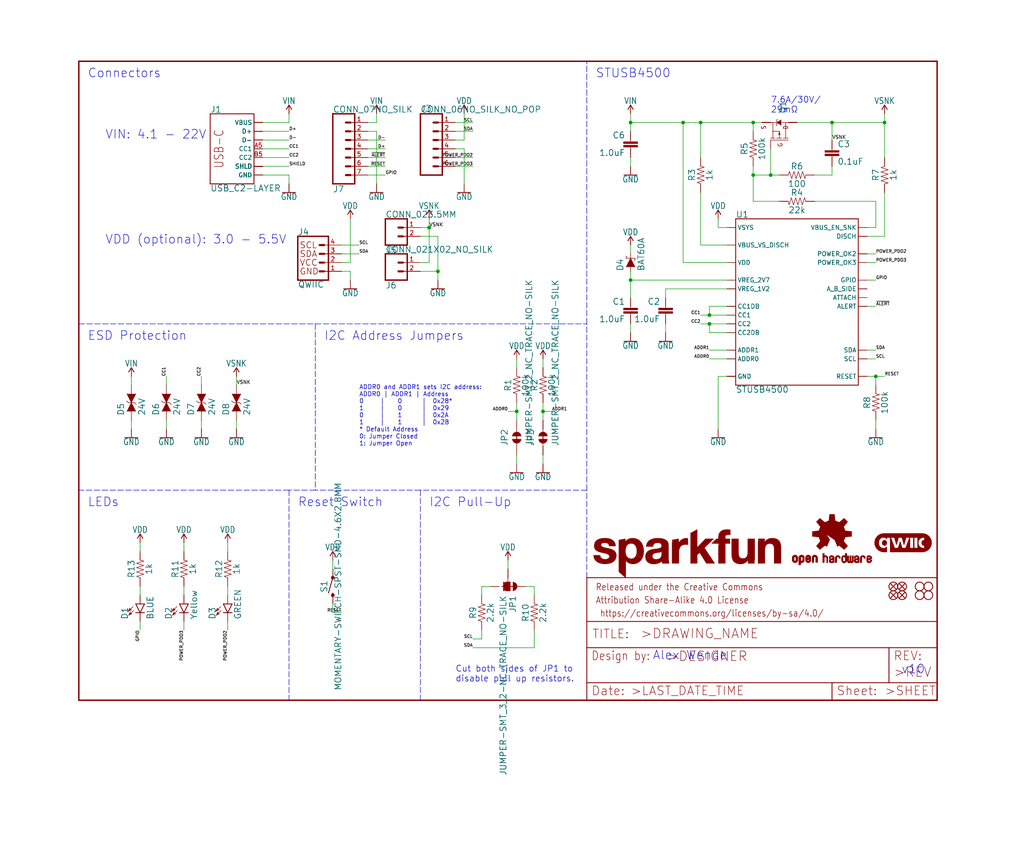
<source format=kicad_sch>
(kicad_sch (version 20211123) (generator eeschema)
  (paper "User" 297.002 245.542)
  (lib_symbols
    (symbol "eagleSchem-eagle-import:0.1UF-0603-100V-10%"
      (property "Reference" "C" (at 1.524 2.921 0))
      (property "Value" "0.1UF-0603-100V-10%" (at 1.524 -2.159 0))
      (symbol "0.1UF-0603-100V-10%_1_0"
        (pin passive line (at 0 5.08 270) (length 2.54) (name "1") (number "1"))
        (pin passive line (at 0 -2.54 90) (length 2.54) (name "2") (number "2"))
      )
    )
    (symbol "eagleSchem-eagle-import:1.0UF-0603-16V-10%"
      (property "Reference" "C" (at 1.524 2.921 0))
      (property "Value" "1.0UF-0603-16V-10%" (at 1.524 -2.159 0))
      (symbol "1.0UF-0603-16V-10%_1_0"
        (pin passive line (at 0 5.08 270) (length 2.54) (name "1") (number "1"))
        (pin passive line (at 0 -2.54 90) (length 2.54) (name "2") (number "2"))
      )
    )
    (symbol "eagleSchem-eagle-import:100KOHM-0603-1{slash}10W-1%"
      (property "Reference" "R" (at 0 1.524 0))
      (property "Value" "100KOHM-0603-1{slash}10W-1%" (at 0 -1.524 0))
      (symbol "100KOHM-0603-1{slash}10W-1%_1_0"
        (pin passive line (at -5.08 0 0) (length 2.54) (name "1") (number "1"))
        (pin passive line (at 5.08 0 180) (length 2.54) (name "2") (number "2"))
      )
    )
    (symbol "eagleSchem-eagle-import:100OHM-0603-1{slash}10W-1%"
      (property "Reference" "R" (at 0 1.524 0))
      (property "Value" "100OHM-0603-1{slash}10W-1%" (at 0 -1.524 0))
      (symbol "100OHM-0603-1{slash}10W-1%_1_0"
        (pin passive line (at -5.08 0 0) (length 2.54) (name "1") (number "1"))
        (pin passive line (at 5.08 0 180) (length 2.54) (name "2") (number "2"))
      )
    )
    (symbol "eagleSchem-eagle-import:1KOHM-0603-1{slash}10W-1%"
      (property "Reference" "R" (at 0 1.524 0))
      (property "Value" "1KOHM-0603-1{slash}10W-1%" (at 0 -1.524 0))
      (symbol "1KOHM-0603-1{slash}10W-1%_1_0"
        (pin passive line (at -5.08 0 0) (length 2.54) (name "1") (number "1"))
        (pin passive line (at 5.08 0 180) (length 2.54) (name "2") (number "2"))
      )
    )
    (symbol "eagleSchem-eagle-import:2.2KOHM-0603-1{slash}10W-1%"
      (property "Reference" "R" (at 0 1.524 0))
      (property "Value" "2.2KOHM-0603-1{slash}10W-1%" (at 0 -1.524 0))
      (symbol "2.2KOHM-0603-1{slash}10W-1%_1_0"
        (pin passive line (at -5.08 0 0) (length 2.54) (name "1") (number "1"))
        (pin passive line (at 5.08 0 180) (length 2.54) (name "2") (number "2"))
      )
    )
    (symbol "eagleSchem-eagle-import:22KOHM-0603-1{slash}10W-1%"
      (property "Reference" "R" (at 0 1.524 0))
      (property "Value" "22KOHM-0603-1{slash}10W-1%" (at 0 -1.524 0))
      (symbol "22KOHM-0603-1{slash}10W-1%_1_0"
        (pin passive line (at -5.08 0 0) (length 2.54) (name "1") (number "1"))
        (pin passive line (at 5.08 0 180) (length 2.54) (name "2") (number "2"))
      )
    )
    (symbol "eagleSchem-eagle-import:CONN_021X02_NO_SILK"
      (property "Reference" "J" (at -2.54 5.588 0))
      (property "Value" "CONN_021X02_NO_SILK" (at -2.54 -4.826 0))
      (symbol "CONN_021X02_NO_SILK_1_0"
        (pin passive line (at 7.62 0 180) (length 5.08) (name "1") (number "1"))
        (pin passive line (at 7.62 2.54 180) (length 5.08) (name "2") (number "2"))
      )
    )
    (symbol "eagleSchem-eagle-import:CONN_023.5MM"
      (property "Reference" "J" (at -2.54 5.588 0))
      (property "Value" "CONN_023.5MM" (at -2.54 -4.826 0))
      (symbol "CONN_023.5MM_1_0"
        (pin passive line (at 7.62 0 180) (length 5.08) (name "1") (number "1"))
        (pin passive line (at 7.62 2.54 180) (length 5.08) (name "2") (number "2"))
      )
    )
    (symbol "eagleSchem-eagle-import:CONN_06NO_SILK_NO_POP"
      (property "Reference" "J" (at -5.08 10.668 0))
      (property "Value" "CONN_06NO_SILK_NO_POP" (at -5.08 -9.906 0))
      (symbol "CONN_06NO_SILK_NO_POP_1_0"
        (pin passive line (at 5.08 -5.08 180) (length 5.08) (name "1") (number "1"))
        (pin passive line (at 5.08 -2.54 180) (length 5.08) (name "2") (number "2"))
        (pin passive line (at 5.08 0 180) (length 5.08) (name "3") (number "3"))
        (pin passive line (at 5.08 2.54 180) (length 5.08) (name "4") (number "4"))
        (pin passive line (at 5.08 5.08 180) (length 5.08) (name "5") (number "5"))
        (pin passive line (at 5.08 7.62 180) (length 5.08) (name "6") (number "6"))
      )
    )
    (symbol "eagleSchem-eagle-import:CONN_07NO_SILK"
      (property "Reference" "J" (at -5.08 13.208 0))
      (property "Value" "CONN_07NO_SILK" (at -5.08 -9.906 0))
      (symbol "CONN_07NO_SILK_1_0"
        (pin passive line (at 5.08 -5.08 180) (length 5.08) (name "1") (number "1"))
        (pin passive line (at 5.08 -2.54 180) (length 5.08) (name "2") (number "2"))
        (pin passive line (at 5.08 0 180) (length 5.08) (name "3") (number "3"))
        (pin passive line (at 5.08 2.54 180) (length 5.08) (name "4") (number "4"))
        (pin passive line (at 5.08 5.08 180) (length 5.08) (name "5") (number "5"))
        (pin passive line (at 5.08 7.62 180) (length 5.08) (name "6") (number "6"))
        (pin passive line (at 5.08 10.16 180) (length 5.08) (name "7") (number "7"))
      )
    )
    (symbol "eagleSchem-eagle-import:DIODE-SCHOTTKY-BAT60A"
      (property "Reference" "D" (at -2.54 2.032 0))
      (property "Value" "DIODE-SCHOTTKY-BAT60A" (at -2.54 -2.032 0))
      (symbol "DIODE-SCHOTTKY-BAT60A_1_0"
        (pin passive line (at -2.54 0 0) (length 0) (name "A") (number "A"))
        (pin passive line (at 2.54 0 180) (length 0) (name "C") (number "C"))
      )
    )
    (symbol "eagleSchem-eagle-import:DIODE_TVS"
      (property "Reference" "D" (at -3.81 2.032 0))
      (property "Value" "DIODE_TVS" (at -3.81 -2.032 0))
      (symbol "DIODE_TVS_1_0"
        (pin passive line (at -5.08 0 0) (length 0) (name "A") (number "1"))
        (pin passive line (at 5.08 0 180) (length 0) (name "C") (number "2"))
      )
    )
    (symbol "eagleSchem-eagle-import:FIDUCIALUFIDUCIAL")
    (symbol "eagleSchem-eagle-import:FRAME-LETTER"
      (symbol "FRAME-LETTER_2_0"
        (text " https://creativecommons.org/licenses/by-sa/4.0/" (at 2.54 24.13 0) (effects (font (size 1.9304 1.6408)) (justify left bottom)))
        (text ">DESIGNER" (at 23.114 11.176 0) (effects (font (size 2.7432 2.7432)) (justify left bottom)))
        (text ">DRAWING_NAME" (at 15.494 17.78 0) (effects (font (size 2.7432 2.7432)) (justify left bottom)))
        (text ">LAST_DATE_TIME" (at 12.7 1.27 0) (effects (font (size 2.54 2.54)) (justify left bottom)))
        (text ">REV" (at 88.9 6.604 0) (effects (font (size 2.7432 2.7432)) (justify left bottom)))
        (text ">SHEET" (at 86.36 1.27 0) (effects (font (size 2.54 2.54)) (justify left bottom)))
        (text "Attribution Share-Alike 4.0 License" (at 2.54 27.94 0) (effects (font (size 1.9304 1.6408)) (justify left bottom)))
        (text "Date:" (at 1.27 1.27 0) (effects (font (size 2.54 2.54)) (justify left bottom)))
        (text "Design by:" (at 1.27 11.43 0) (effects (font (size 2.54 2.159)) (justify left bottom)))
        (text "Released under the Creative Commons" (at 2.54 31.75 0) (effects (font (size 1.9304 1.6408)) (justify left bottom)))
        (text "REV:" (at 88.9 11.43 0) (effects (font (size 2.54 2.54)) (justify left bottom)))
        (text "Sheet:" (at 72.39 1.27 0) (effects (font (size 2.54 2.54)) (justify left bottom)))
        (text "TITLE:" (at 1.524 17.78 0) (effects (font (size 2.54 2.54)) (justify left bottom)))
      )
    )
    (symbol "eagleSchem-eagle-import:GND" (power)
      (property "Value" "GND" (at 0 -0.254 0))
      (symbol "GND_1_0"
        (pin power_in line (at 0 2.54 270) (length 2.54) (name "GND") (number "1"))
      )
    )
    (symbol "eagleSchem-eagle-import:JUMPER-SMT_2_NC_TRACE_NO-SILK"
      (property "Reference" "JP" (at -2.54 2.54 0))
      (property "Value" "JUMPER-SMT_2_NC_TRACE_NO-SILK" (at -2.54 -2.54 0))
      (symbol "JUMPER-SMT_2_NC_TRACE_NO-SILK_1_0"
        (pin passive line (at -5.08 0 0) (length 2.54) (name "1") (number "1"))
        (pin passive line (at 5.08 0 180) (length 2.54) (name "2") (number "2"))
      )
    )
    (symbol "eagleSchem-eagle-import:JUMPER-SMT_3_2-NC_TRACE_NO-SILK"
      (property "Reference" "JP" (at 2.54 0.381 0))
      (property "Value" "JUMPER-SMT_3_2-NC_TRACE_NO-SILK" (at 2.54 -0.381 0))
      (symbol "JUMPER-SMT_3_2-NC_TRACE_NO-SILK_1_0"
        (pin passive line (at 0 5.08 270) (length 2.54) (name "1") (number "1"))
        (pin passive line (at -5.08 0 0) (length 2.54) (name "2") (number "2"))
        (pin passive line (at 0 -5.08 90) (length 2.54) (name "3") (number "3"))
      )
    )
    (symbol "eagleSchem-eagle-import:LED-BLUE0603"
      (property "Reference" "D" (at -3.429 -4.572 90))
      (property "Value" "LED-BLUE0603" (at 1.905 -4.572 90))
      (symbol "LED-BLUE0603_1_0"
        (pin passive line (at 0 2.54 270) (length 2.54) (name "A") (number "A"))
        (pin passive line (at 0 -5.08 90) (length 2.54) (name "C") (number "C"))
      )
    )
    (symbol "eagleSchem-eagle-import:LED-GREEN0603"
      (property "Reference" "D" (at -3.429 -4.572 90))
      (property "Value" "LED-GREEN0603" (at 1.905 -4.572 90))
      (symbol "LED-GREEN0603_1_0"
        (pin passive line (at 0 2.54 270) (length 2.54) (name "A") (number "A"))
        (pin passive line (at 0 -5.08 90) (length 2.54) (name "C") (number "C"))
      )
    )
    (symbol "eagleSchem-eagle-import:LED-YELLOW0603"
      (property "Reference" "D" (at -3.429 -4.572 90))
      (property "Value" "LED-YELLOW0603" (at 1.905 -4.572 90))
      (symbol "LED-YELLOW0603_1_0"
        (pin passive line (at 0 2.54 270) (length 2.54) (name "A") (number "A"))
        (pin passive line (at 0 -5.08 90) (length 2.54) (name "C") (number "C"))
      )
    )
    (symbol "eagleSchem-eagle-import:MOMENTARY-SWITCH-SPST-SMD-4.6X2.8MM"
      (property "Reference" "S" (at 0 1.524 0))
      (property "Value" "MOMENTARY-SWITCH-SPST-SMD-4.6X2.8MM" (at 0 -0.508 0))
      (symbol "MOMENTARY-SWITCH-SPST-SMD-4.6X2.8MM_1_0"
        (pin passive line (at -5.08 0 0) (length 2.54) (name "1") (number "1"))
        (pin passive line (at -5.08 0 0) (length 2.54) (name "1") (number "2"))
        (pin passive line (at 5.08 0 180) (length 2.54) (name "2") (number "3"))
        (pin passive line (at 5.08 0 180) (length 2.54) (name "2") (number "4"))
      )
    )
    (symbol "eagleSchem-eagle-import:MOSFET_PCH-STL9P3LLH6"
      (property "Reference" "Q" (at 5.08 0 0))
      (property "Value" "MOSFET_PCH-STL9P3LLH6" (at 5.08 -2.54 0))
      (symbol "MOSFET_PCH-STL9P3LLH6_1_0"
        (text "D" (at 0.508 2.54 0) (effects (font (size 1.27 1.0795)) (justify left bottom)))
        (text "G" (at -3.302 -0.508 0) (effects (font (size 1.27 1.0795)) (justify right top)))
        (text "S" (at 0.508 -3.81 0) (effects (font (size 1.27 1.0795)) (justify left bottom)))
        (pin bidirectional line (at 2.54 -5.08 90) (length 2.54) (name "S") (number "1"))
        (pin bidirectional line (at 2.54 -5.08 90) (length 2.54) (name "S") (number "2"))
        (pin bidirectional line (at 2.54 -5.08 90) (length 2.54) (name "S") (number "3"))
        (pin bidirectional line (at -5.08 -2.54 0) (length 2.54) (name "G") (number "4"))
        (pin bidirectional line (at 2.54 5.08 270) (length 2.54) (name "D") (number "5@1"))
        (pin bidirectional line (at 2.54 5.08 270) (length 2.54) (name "D") (number "5@2"))
        (pin bidirectional line (at 2.54 5.08 270) (length 2.54) (name "D") (number "5@3"))
      )
    )
    (symbol "eagleSchem-eagle-import:OSHW-LOGOS")
    (symbol "eagleSchem-eagle-import:QWIIC_CONNECTORJS-1MM"
      (property "Reference" "J" (at -5.08 7.874 0))
      (property "Value" "QWIIC_CONNECTORJS-1MM" (at -5.08 -5.334 0))
      (symbol "QWIIC_CONNECTORJS-1MM_1_0"
        (text "GND" (at -4.572 -2.54 0) (effects (font (size 1.778 1.778)) (justify left)))
        (text "SCL" (at -4.572 5.08 0) (effects (font (size 1.778 1.778)) (justify left)))
        (text "SDA" (at -4.572 2.54 0) (effects (font (size 1.778 1.778)) (justify left)))
        (text "VCC" (at -4.572 0 0) (effects (font (size 1.778 1.778)) (justify left)))
        (pin power_in line (at 7.62 -2.54 180) (length 5.08) (name "1") (number "1"))
        (pin power_in line (at 7.62 0 180) (length 5.08) (name "2") (number "2"))
        (pin passive line (at 7.62 2.54 180) (length 5.08) (name "3") (number "3"))
        (pin passive line (at 7.62 5.08 180) (length 5.08) (name "4") (number "4"))
      )
    )
    (symbol "eagleSchem-eagle-import:QWIIC_LOGO_5MM")
    (symbol "eagleSchem-eagle-import:SFE_LOGO_NAME.1_INCH")
    (symbol "eagleSchem-eagle-import:STAND-OFF")
    (symbol "eagleSchem-eagle-import:STUSB4500"
      (property "Reference" "U" (at -17.78 23.114 0))
      (property "Value" "STUSB4500" (at -17.78 -25.654 0))
      (symbol "STUSB4500_1_0"
        (pin bidirectional line (at -20.32 -2.54 0) (length 2.54) (name "CC1DB") (number "P$1"))
        (pin bidirectional line (at -20.32 -22.86 0) (length 2.54) (name "GND") (number "P$10"))
        (pin bidirectional line (at 20.32 0 180) (length 2.54) (name "ATTACH") (number "P$11"))
        (pin bidirectional line (at -20.32 -17.78 0) (length 2.54) (name "ADDR0") (number "P$12"))
        (pin bidirectional line (at -20.32 -15.24 0) (length 2.54) (name "ADDR1") (number "P$13"))
        (pin bidirectional line (at 20.32 10.16 180) (length 2.54) (name "POWER_OK3") (number "P$14"))
        (pin bidirectional line (at 20.32 5.08 180) (length 2.54) (name "GPIO") (number "P$15"))
        (pin bidirectional line (at 20.32 20.32 180) (length 2.54) (name "VBUS_EN_SNK") (number "P$16"))
        (pin bidirectional line (at 20.32 2.54 180) (length 2.54) (name "A_B_SIDE") (number "P$17"))
        (pin bidirectional line (at -20.32 15.24 0) (length 2.54) (name "VBUS_VS_DISCH") (number "P$18"))
        (pin bidirectional line (at 20.32 -2.54 180) (length 2.54) (name "ALERT") (number "P$19"))
        (pin bidirectional line (at -20.32 -5.08 0) (length 2.54) (name "CC1") (number "P$2"))
        (pin bidirectional line (at 20.32 12.7 180) (length 2.54) (name "POWER_OK2") (number "P$20"))
        (pin bidirectional line (at -20.32 2.54 0) (length 2.54) (name "VREG_1V2") (number "P$21"))
        (pin bidirectional line (at -20.32 20.32 0) (length 2.54) (name "VSYS") (number "P$22"))
        (pin bidirectional line (at -20.32 5.08 0) (length 2.54) (name "VREG_2V7") (number "P$23"))
        (pin bidirectional line (at -20.32 10.16 0) (length 2.54) (name "VDD") (number "P$24"))
        (pin bidirectional line (at -20.32 -22.86 0) (length 2.54) (name "GND") (number "P$25"))
        (pin bidirectional line (at -20.32 -7.62 0) (length 2.54) (name "CC2") (number "P$4"))
        (pin bidirectional line (at -20.32 -10.16 0) (length 2.54) (name "CC2DB") (number "P$5"))
        (pin bidirectional line (at 20.32 -22.86 180) (length 2.54) (name "RESET") (number "P$6"))
        (pin bidirectional line (at 20.32 -17.78 180) (length 2.54) (name "SCL") (number "P$7"))
        (pin bidirectional line (at 20.32 -15.24 180) (length 2.54) (name "SDA") (number "P$8"))
        (pin bidirectional line (at 20.32 17.78 180) (length 2.54) (name "DISCH") (number "P$9"))
      )
    )
    (symbol "eagleSchem-eagle-import:USB_C2-LAYER"
      (property "Reference" "J" (at -2.54 10.414 0))
      (property "Value" "USB_C2-LAYER" (at -2.54 -12.446 0))
      (symbol "USB_C2-LAYER_1_0"
        (text "USB-C" (at 0 0 900) (effects (font (size 2.54 2.159))))
        (pin bidirectional line (at 12.7 0 180) (length 2.54) (name "CC1") (number "A5"))
        (pin bidirectional line (at 12.7 5.08 180) (length 2.54) (name "D+") (number "A6"))
        (pin bidirectional line (at 12.7 2.54 180) (length 2.54) (name "D-") (number "A7"))
        (pin bidirectional line (at 12.7 -2.54 180) (length 2.54) (name "CC2") (number "B5"))
        (pin bidirectional line (at 12.7 5.08 180) (length 2.54) (name "D+") (number "B6"))
        (pin bidirectional line (at 12.7 2.54 180) (length 2.54) (name "D-") (number "B7"))
        (pin bidirectional line (at 12.7 -7.62 180) (length 2.54) (name "GND") (number "GND"))
        (pin bidirectional line (at 12.7 -7.62 180) (length 2.54) (name "GND") (number "GND2"))
        (pin bidirectional line (at 12.7 -5.08 180) (length 2.54) (name "SHLD") (number "SHLD1"))
        (pin bidirectional line (at 12.7 -5.08 180) (length 2.54) (name "SHLD") (number "SHLD2"))
        (pin bidirectional line (at 12.7 -5.08 180) (length 2.54) (name "SHLD") (number "SHLD3"))
        (pin bidirectional line (at 12.7 -5.08 180) (length 2.54) (name "SHLD") (number "SHLD4"))
        (pin bidirectional line (at 12.7 -5.08 180) (length 2.54) (name "SHLD") (number "SHLD5"))
        (pin bidirectional line (at 12.7 -5.08 180) (length 2.54) (name "SHLD") (number "SHLD6"))
        (pin bidirectional line (at 12.7 -5.08 180) (length 2.54) (name "SHLD") (number "SHLD7"))
        (pin bidirectional line (at 12.7 -5.08 180) (length 2.54) (name "SHLD") (number "SHLD8"))
        (pin bidirectional line (at 12.7 7.62 180) (length 2.54) (name "VBUS") (number "VBUS1"))
        (pin bidirectional line (at 12.7 7.62 180) (length 2.54) (name "VBUS") (number "VBUS2"))
      )
    )
    (symbol "eagleSchem-eagle-import:VDD" (power)
      (property "Value" "VDD" (at 0 2.794 0))
      (symbol "VDD_1_0"
        (pin power_in line (at 0 0 90) (length 2.54) (name "VDD") (number "1"))
      )
    )
    (symbol "eagleSchem-eagle-import:VIN" (power)
      (property "Value" "VIN" (at 0 2.794 0))
      (symbol "VIN_1_0"
        (pin power_in line (at 0 0 90) (length 2.54) (name "VIN") (number "1"))
      )
    )
    (symbol "eagleSchem-eagle-import:VOUT" (power)
      (property "Value" "VOUT" (at 0 2.794 0))
      (symbol "VOUT_1_0"
        (pin power_in line (at 0 0 90) (length 2.54) (name "VOUT") (number "1"))
      )
    )
  )
  (junction (at 205.74 91.44))
  (junction (at 157.48 119.38))
  (junction (at 203.2 35.56))
  (junction (at 198.12 35.56))
  (junction (at 218.44 50.8))
  (junction (at 182.88 81.28))
  (junction (at 223.52 50.8))
  (junction (at 205.74 93.98))
  (junction (at 241.3 35.56))
  (junction (at 256.54 35.56))
  (junction (at 254 109.22))
  (junction (at 127 78.74))
  (junction (at 124.46 66.04))
  (junction (at 149.86 119.38))
  (junction (at 182.88 35.56))
  (junction (at 218.44 35.56))
  (polyline (pts (xy 170.18 142.24) (xy 121.92 142.24)))
  (wire (pts (xy 58.42 111.76) (xy 58.42 109.22)))
  (wire (pts (xy 254 109.22) (xy 254 111.76)))
  (wire (pts (xy 256.54 45.72) (xy 256.54 35.56)))
  (wire (pts (xy 53.34 180.34) (xy 53.34 182.88)))
  (wire (pts (xy 193.04 93.98) (xy 193.04 96.52)))
  (wire (pts (xy 205.74 88.9) (xy 210.82 88.9)))
  (wire (pts (xy 210.82 104.14) (xy 205.74 104.14)))
  (wire (pts (xy 154.94 182.88) (xy 154.94 187.96)))
  (wire (pts (xy 154.94 187.96) (xy 137.16 187.96)))
  (polyline (pts (xy 91.44 142.24) (xy 83.82 142.24)))
  (wire (pts (xy 66.04 157.48) (xy 66.04 160.02)))
  (wire (pts (xy 66.04 180.34) (xy 66.04 182.88)))
  (wire (pts (xy 210.82 76.2) (xy 198.12 76.2)))
  (wire (pts (xy 76.2 50.8) (xy 83.82 50.8)))
  (polyline (pts (xy 170.18 142.24) (xy 170.18 93.98)))
  (wire (pts (xy 106.68 48.26) (xy 111.76 48.26)))
  (wire (pts (xy 198.12 76.2) (xy 198.12 35.56)))
  (wire (pts (xy 99.06 73.66) (xy 104.14 73.66)))
  (polyline (pts (xy 22.86 93.98) (xy 91.44 93.98)))
  (polyline (pts (xy 121.92 142.24) (xy 121.92 203.2)))
  (wire (pts (xy 142.24 170.18) (xy 139.7 170.18)))
  (wire (pts (xy 223.52 43.18) (xy 223.52 50.8)))
  (wire (pts (xy 127 68.58) (xy 127 78.74)))
  (wire (pts (xy 203.2 71.12) (xy 203.2 55.88)))
  (wire (pts (xy 132.08 48.26) (xy 137.16 48.26)))
  (wire (pts (xy 210.82 109.22) (xy 208.28 109.22)))
  (wire (pts (xy 66.04 170.18) (xy 66.04 172.72)))
  (wire (pts (xy 109.22 38.1) (xy 109.22 53.34)))
  (wire (pts (xy 132.08 40.64) (xy 134.62 40.64)))
  (wire (pts (xy 53.34 170.18) (xy 53.34 172.72)))
  (wire (pts (xy 106.68 45.72) (xy 111.76 45.72)))
  (wire (pts (xy 149.86 104.14) (xy 149.86 106.68)))
  (wire (pts (xy 83.82 50.8) (xy 83.82 53.34)))
  (wire (pts (xy 205.74 93.98) (xy 205.74 96.52)))
  (wire (pts (xy 76.2 35.56) (xy 83.82 35.56)))
  (wire (pts (xy 210.82 101.6) (xy 205.74 101.6)))
  (wire (pts (xy 182.88 81.28) (xy 182.88 78.74)))
  (wire (pts (xy 121.92 76.2) (xy 124.46 76.2)))
  (wire (pts (xy 241.3 40.64) (xy 241.3 35.56)))
  (polyline (pts (xy 83.82 142.24) (xy 22.86 142.24)))
  (wire (pts (xy 203.2 45.72) (xy 203.2 35.56)))
  (wire (pts (xy 218.44 50.8) (xy 218.44 48.26)))
  (wire (pts (xy 106.68 38.1) (xy 109.22 38.1)))
  (wire (pts (xy 134.62 40.64) (xy 134.62 33.02)))
  (wire (pts (xy 40.64 180.34) (xy 40.64 182.88)))
  (wire (pts (xy 139.7 182.88) (xy 139.7 185.42)))
  (wire (pts (xy 96.52 177.8) (xy 96.52 175.26)))
  (wire (pts (xy 226.06 58.42) (xy 218.44 58.42)))
  (wire (pts (xy 132.08 35.56) (xy 137.16 35.56)))
  (wire (pts (xy 208.28 66.04) (xy 208.28 63.5)))
  (wire (pts (xy 157.48 119.38) (xy 160.02 119.38)))
  (wire (pts (xy 83.82 35.56) (xy 83.82 33.02)))
  (wire (pts (xy 210.82 91.44) (xy 205.74 91.44)))
  (wire (pts (xy 149.86 132.08) (xy 149.86 134.62)))
  (wire (pts (xy 223.52 50.8) (xy 218.44 50.8)))
  (wire (pts (xy 241.3 50.8) (xy 241.3 48.26)))
  (wire (pts (xy 48.26 121.92) (xy 48.26 124.46)))
  (wire (pts (xy 208.28 109.22) (xy 208.28 124.46)))
  (wire (pts (xy 182.88 71.12) (xy 182.88 73.66)))
  (wire (pts (xy 254 66.04) (xy 254 58.42)))
  (wire (pts (xy 210.82 66.04) (xy 208.28 66.04)))
  (wire (pts (xy 251.46 109.22) (xy 254 109.22)))
  (polyline (pts (xy 170.18 167.64) (xy 170.18 142.24)))
  (wire (pts (xy 40.64 157.48) (xy 40.64 160.02)))
  (wire (pts (xy 76.2 43.18) (xy 83.82 43.18)))
  (wire (pts (xy 182.88 33.02) (xy 182.88 35.56)))
  (wire (pts (xy 251.46 81.28) (xy 254 81.28)))
  (wire (pts (xy 121.92 68.58) (xy 127 68.58)))
  (wire (pts (xy 182.88 81.28) (xy 210.82 81.28)))
  (wire (pts (xy 132.08 45.72) (xy 137.16 45.72)))
  (wire (pts (xy 254 121.92) (xy 254 124.46)))
  (wire (pts (xy 223.52 50.8) (xy 226.06 50.8)))
  (wire (pts (xy 251.46 76.2) (xy 254 76.2)))
  (wire (pts (xy 76.2 38.1) (xy 83.82 38.1)))
  (wire (pts (xy 182.88 35.56) (xy 182.88 38.1)))
  (wire (pts (xy 251.46 88.9) (xy 254 88.9)))
  (wire (pts (xy 106.68 50.8) (xy 111.76 50.8)))
  (wire (pts (xy 251.46 66.04) (xy 254 66.04)))
  (wire (pts (xy 203.2 35.56) (xy 198.12 35.56)))
  (wire (pts (xy 236.22 50.8) (xy 241.3 50.8)))
  (wire (pts (xy 139.7 170.18) (xy 139.7 172.72)))
  (wire (pts (xy 198.12 35.56) (xy 182.88 35.56)))
  (wire (pts (xy 157.48 119.38) (xy 157.48 121.92)))
  (wire (pts (xy 99.06 71.12) (xy 104.14 71.12)))
  (wire (pts (xy 147.32 165.1) (xy 147.32 162.56)))
  (wire (pts (xy 149.86 116.84) (xy 149.86 119.38)))
  (wire (pts (xy 124.46 76.2) (xy 124.46 66.04)))
  (wire (pts (xy 205.74 96.52) (xy 210.82 96.52)))
  (wire (pts (xy 124.46 66.04) (xy 124.46 63.5)))
  (wire (pts (xy 218.44 38.1) (xy 218.44 35.56)))
  (wire (pts (xy 182.88 45.72) (xy 182.88 48.26)))
  (wire (pts (xy 256.54 68.58) (xy 251.46 68.58)))
  (wire (pts (xy 193.04 83.82) (xy 193.04 86.36)))
  (wire (pts (xy 38.1 111.76) (xy 38.1 109.22)))
  (wire (pts (xy 76.2 40.64) (xy 83.82 40.64)))
  (wire (pts (xy 76.2 45.72) (xy 83.82 45.72)))
  (wire (pts (xy 68.58 121.92) (xy 68.58 124.46)))
  (wire (pts (xy 251.46 73.66) (xy 254 73.66)))
  (wire (pts (xy 121.92 78.74) (xy 127 78.74)))
  (wire (pts (xy 251.46 104.14) (xy 254 104.14)))
  (wire (pts (xy 256.54 35.56) (xy 256.54 33.02)))
  (wire (pts (xy 106.68 40.64) (xy 111.76 40.64)))
  (polyline (pts (xy 170.18 93.98) (xy 170.18 17.78)))
  (wire (pts (xy 241.3 35.56) (xy 231.14 35.56)))
  (wire (pts (xy 48.26 111.76) (xy 48.26 109.22)))
  (wire (pts (xy 121.92 66.04) (xy 124.46 66.04)))
  (wire (pts (xy 205.74 91.44) (xy 203.2 91.44)))
  (wire (pts (xy 53.34 157.48) (xy 53.34 160.02)))
  (wire (pts (xy 251.46 101.6) (xy 254 101.6)))
  (wire (pts (xy 99.06 78.74) (xy 101.6 78.74)))
  (wire (pts (xy 76.2 48.26) (xy 83.82 48.26)))
  (wire (pts (xy 256.54 55.88) (xy 256.54 68.58)))
  (wire (pts (xy 205.74 91.44) (xy 205.74 88.9)))
  (wire (pts (xy 96.52 177.8) (xy 99.06 177.8)))
  (wire (pts (xy 40.64 170.18) (xy 40.64 172.72)))
  (wire (pts (xy 218.44 35.56) (xy 203.2 35.56)))
  (polyline (pts (xy 83.82 142.24) (xy 83.82 203.2)))
  (wire (pts (xy 210.82 83.82) (xy 193.04 83.82)))
  (wire (pts (xy 132.08 38.1) (xy 137.16 38.1)))
  (wire (pts (xy 38.1 121.92) (xy 38.1 124.46)))
  (wire (pts (xy 154.94 170.18) (xy 154.94 172.72)))
  (polyline (pts (xy 121.92 142.24) (xy 91.44 142.24)))
  (wire (pts (xy 58.42 121.92) (xy 58.42 124.46)))
  (wire (pts (xy 205.74 93.98) (xy 203.2 93.98)))
  (wire (pts (xy 127 78.74) (xy 127 81.28)))
  (wire (pts (xy 132.08 43.18) (xy 134.62 43.18)))
  (wire (pts (xy 149.86 119.38) (xy 147.32 119.38)))
  (wire (pts (xy 182.88 86.36) (xy 182.88 81.28)))
  (wire (pts (xy 254 58.42) (xy 236.22 58.42)))
  (wire (pts (xy 68.58 111.76) (xy 68.58 109.22)))
  (wire (pts (xy 152.4 170.18) (xy 154.94 170.18)))
  (wire (pts (xy 99.06 76.2) (xy 101.6 76.2)))
  (wire (pts (xy 101.6 78.74) (xy 101.6 81.28)))
  (wire (pts (xy 101.6 76.2) (xy 101.6 63.5)))
  (polyline (pts (xy 91.44 93.98) (xy 91.44 142.24)))
  (wire (pts (xy 210.82 93.98) (xy 205.74 93.98)))
  (wire (pts (xy 157.48 132.08) (xy 157.48 134.62)))
  (wire (pts (xy 106.68 43.18) (xy 111.76 43.18)))
  (wire (pts (xy 106.68 35.56) (xy 109.22 35.56)))
  (wire (pts (xy 109.22 33.02) (xy 109.22 35.56)))
  (wire (pts (xy 218.44 58.42) (xy 218.44 50.8)))
  (wire (pts (xy 157.48 116.84) (xy 157.48 119.38)))
  (wire (pts (xy 210.82 71.12) (xy 203.2 71.12)))
  (wire (pts (xy 149.86 119.38) (xy 149.86 121.92)))
  (wire (pts (xy 157.48 104.14) (xy 157.48 106.68)))
  (wire (pts (xy 139.7 185.42) (xy 137.16 185.42)))
  (wire (pts (xy 96.52 162.56) (xy 96.52 165.1)))
  (wire (pts (xy 218.44 35.56) (xy 220.98 35.56)))
  (polyline (pts (xy 91.44 93.98) (xy 170.18 93.98)))
  (wire (pts (xy 254 109.22) (xy 256.54 109.22)))
  (wire (pts (xy 134.62 43.18) (xy 134.62 53.34)))
  (wire (pts (xy 256.54 35.56) (xy 241.3 35.56)))
  (wire (pts (xy 182.88 93.98) (xy 182.88 96.52)))
  (text "Reset Switch" (at 86.36 147.32 180) (effects (font (size 2.54 2.54)) (justify left bottom)))
  (text "VDD (optional): 3.0 - 5.5V" (at 30.48 71.12 180) (effects (font (size 2.54 2.54)) (justify left bottom)))
  (text "I2C Pull-Up" (at 124.46 147.32 180) (effects (font (size 2.54 2.54)) (justify left bottom)))
  (text "Alex Wende" (at 189.23 191.77 180) (effects (font (size 2.54 2.54)) (justify left bottom)))
  (text "Cut both sides of JP1 to\ndisable pull up resistors." (at 132.08 198.12 0) (effects (font (size 1.778 1.778)) (justify left bottom)))
  (text "7.6A/30V/\n29mΩ" (at 223.52 33.02 180) (effects (font (size 1.778 1.778)) (justify left bottom)))
  (text "I2C Address Jumpers" (at 93.98 99.06 180) (effects (font (size 2.54 2.54)) (justify left bottom)))
  (text "ESD Protection" (at 25.4 99.06 180) (effects (font (size 2.54 2.54)) (justify left bottom)))
  (text "VIN: 4.1 - 22V" (at 30.48 40.64 180) (effects (font (size 2.54 2.54)) (justify left bottom)))
  (text "v10" (at 261.366 195.834 180) (effects (font (size 2.54 2.54)) (justify left bottom)))
  (text "Connectors" (at 25.4 22.86 180) (effects (font (size 2.54 2.54)) (justify left bottom)))
  (text "LEDs" (at 25.4 147.32 180) (effects (font (size 2.54 2.54)) (justify left bottom)))
  (text "STUSB4500" (at 172.72 22.86 180) (effects (font (size 2.54 2.54)) (justify left bottom)))
  (text "ADDR0 and ADDR1 sets I2C address:\nADDR0 | ADDR1 | Address\n0     |    0      |  0x28*\n1     |    0      |  0x29\n0     |    1      |  0x2A\n1     |    1      |  0x2B\n* Default Address\n0: Jumper Closed\n1: Jumper Open" (at 104.14 111.76 0) (effects (font (size 1.27 1.27)) (justify left top)))
  (label "ADDR0" (at 147.32 119.38 180) (effects (font (size 0.889 0.889))))
  (label "CC2" (at 203.2 93.98 180) (effects (font (size 0.889 0.889))))
  (label "SCL" (at 254 104.14 0) (effects (font (size 0.889 0.889))))
  (label "POWER_PDO3" (at 137.16 48.26 180) (effects (font (size 0.889 0.889))))
  (label "GPIO" (at 254 81.28 0) (effects (font (size 0.889 0.889))))
  (label "POWER_PDO3" (at 254 76.2 0) (effects (font (size 0.889 0.889))))
  (label "POWER_PDO2" (at 66.04 182.88 270) (effects (font (size 0.889 0.889))))
  (label "ADDR1" (at 160.02 119.38 0) (effects (font (size 0.889 0.889))))
  (label "POWER_PDO2" (at 137.16 45.72 180) (effects (font (size 0.889 0.889))))
  (label "POWER_PDO2" (at 254 73.66 0) (effects (font (size 0.889 0.889))))
  (label "RESET" (at 256.54 109.22 0) (effects (font (size 0.889 0.889))))
  (label "CC2" (at 83.82 45.72 0) (effects (font (size 0.889 0.889))))
  (label "SCL" (at 104.14 71.12 0) (effects (font (size 0.889 0.889))))
  (label "GPIO" (at 111.76 50.8 0) (effects (font (size 0.889 0.889))))
  (label "SDA" (at 137.16 38.1 180) (effects (font (size 0.889 0.889))))
  (label "VSNK" (at 124.46 66.04 0) (effects (font (size 1.016 1.016))))
  (label "SDA" (at 104.14 73.66 0) (effects (font (size 0.889 0.889))))
  (label "SCL" (at 137.16 185.42 180) (effects (font (size 0.889 0.889))))
  (label "RESET" (at 99.06 177.8 180) (effects (font (size 0.889 0.889))))
  (label "~{ALERT}" (at 111.76 45.72 180) (effects (font (size 0.889 0.889))))
  (label "SDA" (at 254 101.6 0) (effects (font (size 0.889 0.889))))
  (label "D+" (at 83.82 38.1 0) (effects (font (size 0.889 0.889))))
  (label "CC2" (at 58.42 109.22 90) (effects (font (size 0.889 0.889))))
  (label "SHIELD" (at 83.82 48.26 0) (effects (font (size 0.889 0.889))))
  (label "D-" (at 83.82 40.64 0) (effects (font (size 0.889 0.889))))
  (label "ADDR1" (at 205.74 101.6 180) (effects (font (size 0.889 0.889))))
  (label "POWER_PDO3" (at 53.34 182.88 270) (effects (font (size 0.889 0.889))))
  (label "D+" (at 111.76 43.18 180) (effects (font (size 0.889 0.889))))
  (label "CC1" (at 203.2 91.44 180) (effects (font (size 0.889 0.889))))
  (label "~{ALERT}" (at 254 88.9 0) (effects (font (size 0.889 0.889))))
  (label "SDA" (at 137.16 187.96 180) (effects (font (size 0.889 0.889))))
  (label "VSNK" (at 241.3 40.64 0) (effects (font (size 1.016 1.016))))
  (label "VSNK" (at 68.58 111.76 0) (effects (font (size 1.016 1.016))))
  (label "ADDR0" (at 205.74 104.14 180) (effects (font (size 0.889 0.889))))
  (label "SCL" (at 137.16 35.56 180) (effects (font (size 0.889 0.889))))
  (label "RESET" (at 111.76 48.26 180) (effects (font (size 0.889 0.889))))
  (label "GPIO" (at 40.64 182.88 270) (effects (font (size 0.889 0.889))))
  (label "CC1" (at 83.82 43.18 0) (effects (font (size 0.889 0.889))))
  (label "D-" (at 111.76 40.64 180) (effects (font (size 0.889 0.889))))
  (label "CC1" (at 48.26 109.22 90) (effects (font (size 0.889 0.889))))
  (symbol (lib_id "eagleSchem-eagle-import:JUMPER-SMT_2_NC_TRACE_NO-SILK") (at 149.86 127 90) (unit 1)
    (property "Reference" "JP2" (at 147.32 129.54 0) (effects (font (size 1.778 1.778)) (justify left bottom)))
    (property "Value" "JUMPER-SMT_2_NC_TRACE_NO-SILK" (at 152.4 129.54 0) (effects (font (size 1.778 1.778)) (justify left top)))
    (property "Footprint" "eagleSchem:SMT-JUMPER_2_NC_TRACE_NO-SILK" (effects hide))
  )
  (symbol (lib_id "eagleSchem-eagle-import:FIDUCIALUFIDUCIAL") (at 261.62 172.72 0) (unit 1)
    (property "Reference" "FD4" (effects hide))
    (property "Value" "FIDUCIALUFIDUCIAL" (effects hide))
    (property "Footprint" "eagleSchem:FIDUCIAL-MICRO" (effects hide))
  )
  (symbol (lib_id "eagleSchem-eagle-import:DIODE_TVS") (at 38.1 116.84 90) (unit 1)
    (property "Reference" "D5" (at 36.068 120.65 0) (effects (font (size 1.778 1.778)) (justify left bottom)))
    (property "Value" "24V" (at 40.132 120.65 0) (effects (font (size 1.778 1.778)) (justify left top)))
    (property "Footprint" "eagleSchem:0603" (effects hide))
  )
  (symbol (lib_id "eagleSchem-eagle-import:MOSFET_PCH-STL9P3LLH6") (at 226.06 38.1 270) (mirror x) (unit 1)
    (property "Reference" "Q1" (at 226.06 33.02 0) (effects (font (size 1.778 1.778)) (justify left bottom)))
    (property "Value" "9A/30V/15mΩ" (effects hide))
    (property "Footprint" "eagleSchem:8-POWERVDFN-3X3" (effects hide))
  )
  (symbol (lib_id "eagleSchem-eagle-import:VDD") (at 66.04 157.48 0) (unit 1)
    (property "Reference" "#SUPPLY11" (effects hide))
    (property "Value" "VDD" (at 66.04 154.686 0) (effects (font (size 1.778 1.5113)) (justify bottom)))
    (property "Footprint" "eagleSchem:" (effects hide))
  )
  (symbol (lib_id "eagleSchem-eagle-import:100OHM-0603-1{slash}10W-1%") (at 231.14 50.8 0) (unit 1)
    (property "Reference" "R6" (at 231.14 49.276 0) (effects (font (size 1.778 1.778)) (justify bottom)))
    (property "Value" "100" (at 231.14 52.324 0) (effects (font (size 1.778 1.778)) (justify top)))
    (property "Footprint" "eagleSchem:0603" (effects hide))
  )
  (symbol (lib_id "eagleSchem-eagle-import:VDD") (at 53.34 157.48 0) (unit 1)
    (property "Reference" "#SUPPLY9" (effects hide))
    (property "Value" "VDD" (at 53.34 154.686 0) (effects (font (size 1.778 1.5113)) (justify bottom)))
    (property "Footprint" "eagleSchem:" (effects hide))
  )
  (symbol (lib_id "eagleSchem-eagle-import:GND") (at 109.22 55.88 0) (unit 1)
    (property "Reference" "#GND10" (effects hide))
    (property "Value" "GND" (at 109.22 56.134 0) (effects (font (size 1.778 1.5113)) (justify top)))
    (property "Footprint" "eagleSchem:" (effects hide))
  )
  (symbol (lib_id "eagleSchem-eagle-import:SFE_LOGO_NAME.1_INCH") (at 170.18 167.64 0) (unit 1)
    (property "Reference" "LOGO2" (effects hide))
    (property "Value" "SFE_LOGO_NAME.1_INCH" (effects hide))
    (property "Footprint" "eagleSchem:SFE_LOGO_NAME_.1" (effects hide))
  )
  (symbol (lib_id "eagleSchem-eagle-import:STUSB4500") (at 231.14 86.36 0) (unit 1)
    (property "Reference" "U1" (at 213.36 63.246 0) (effects (font (size 1.778 1.778)) (justify left bottom)))
    (property "Value" "STUSB4500" (at 213.36 112.014 0) (effects (font (size 1.778 1.778)) (justify left top)))
    (property "Footprint" "eagleSchem:QFN-24" (effects hide))
  )
  (symbol (lib_id "eagleSchem-eagle-import:MOMENTARY-SWITCH-SPST-SMD-4.6X2.8MM") (at 96.52 170.18 90) (mirror x) (unit 1)
    (property "Reference" "S1" (at 94.996 170.18 0) (effects (font (size 1.778 1.778)) (justify bottom)))
    (property "Value" "MOMENTARY-SWITCH-SPST-SMD-4.6X2.8MM" (at 97.028 170.18 0) (effects (font (size 1.778 1.778)) (justify top)))
    (property "Footprint" "eagleSchem:TACTILE_SWITCH_SMD_4.6X2.8MM" (effects hide))
  )
  (symbol (lib_id "eagleSchem-eagle-import:VIN") (at 83.82 33.02 0) (unit 1)
    (property "Reference" "#SUPPLY17" (effects hide))
    (property "Value" "VIN" (at 83.82 30.226 0) (effects (font (size 1.778 1.5113)) (justify bottom)))
    (property "Footprint" "eagleSchem:" (effects hide))
  )
  (symbol (lib_id "eagleSchem-eagle-import:1.0UF-0603-16V-10%") (at 182.88 91.44 0) (mirror y) (unit 1)
    (property "Reference" "C1" (at 181.356 88.519 0) (effects (font (size 1.778 1.778)) (justify left bottom)))
    (property "Value" "1.0uF" (at 181.356 93.599 0) (effects (font (size 1.778 1.778)) (justify left bottom)))
    (property "Footprint" "eagleSchem:0603" (effects hide))
  )
  (symbol (lib_id "eagleSchem-eagle-import:FRAME-LETTER") (at 170.18 203.2 0) (unit 2)
    (property "Reference" "FRAME1" (effects hide))
    (property "Value" "FRAME-LETTER" (effects hide))
    (property "Footprint" "eagleSchem:CREATIVE_COMMONS" (effects hide))
  )
  (symbol (lib_id "eagleSchem-eagle-import:GND") (at 208.28 127 0) (unit 1)
    (property "Reference" "#GND2" (effects hide))
    (property "Value" "GND" (at 208.28 127.254 0) (effects (font (size 1.778 1.5113)) (justify top)))
    (property "Footprint" "eagleSchem:" (effects hide))
  )
  (symbol (lib_id "eagleSchem-eagle-import:GND") (at 157.48 137.16 0) (unit 1)
    (property "Reference" "#GND8" (effects hide))
    (property "Value" "GND" (at 157.48 137.414 0) (effects (font (size 1.778 1.5113)) (justify top)))
    (property "Footprint" "eagleSchem:" (effects hide))
  )
  (symbol (lib_id "eagleSchem-eagle-import:DIODE-SCHOTTKY-BAT60A") (at 182.88 76.2 90) (unit 1)
    (property "Reference" "D4" (at 180.848 78.74 0) (effects (font (size 1.778 1.778)) (justify left bottom)))
    (property "Value" "BAT60A" (at 184.912 78.74 0) (effects (font (size 1.778 1.778)) (justify left top)))
    (property "Footprint" "eagleSchem:SOD-323" (effects hide))
  )
  (symbol (lib_id "eagleSchem-eagle-import:1KOHM-0603-1{slash}10W-1%") (at 53.34 165.1 90) (unit 1)
    (property "Reference" "R11" (at 51.816 165.1 0) (effects (font (size 1.778 1.778)) (justify bottom)))
    (property "Value" "1k" (at 54.864 165.1 0) (effects (font (size 1.778 1.778)) (justify top)))
    (property "Footprint" "eagleSchem:0603" (effects hide))
  )
  (symbol (lib_id "eagleSchem-eagle-import:CONN_021X02_NO_SILK") (at 114.3 76.2 0) (mirror x) (unit 1)
    (property "Reference" "J6" (at 111.76 81.788 0) (effects (font (size 1.778 1.778)) (justify left bottom)))
    (property "Value" "CONN_021X02_NO_SILK" (at 111.76 71.374 0) (effects (font (size 1.778 1.778)) (justify left bottom)))
    (property "Footprint" "eagleSchem:1X02_NO_SILK" (effects hide))
  )
  (symbol (lib_id "eagleSchem-eagle-import:LED-BLUE0603") (at 40.64 175.26 0) (unit 1)
    (property "Reference" "D1" (at 37.211 179.832 90) (effects (font (size 1.778 1.778)) (justify left bottom)))
    (property "Value" "BLUE" (at 42.545 179.832 90) (effects (font (size 1.778 1.778)) (justify left top)))
    (property "Footprint" "eagleSchem:LED-0603" (effects hide))
  )
  (symbol (lib_id "eagleSchem-eagle-import:GND") (at 134.62 55.88 0) (unit 1)
    (property "Reference" "#GND12" (effects hide))
    (property "Value" "GND" (at 134.62 56.134 0) (effects (font (size 1.778 1.5113)) (justify top)))
    (property "Footprint" "eagleSchem:" (effects hide))
  )
  (symbol (lib_id "eagleSchem-eagle-import:STAND-OFF") (at 269.24 170.18 0) (unit 1)
    (property "Reference" "H1" (effects hide))
    (property "Value" "STAND-OFF" (effects hide))
    (property "Footprint" "eagleSchem:STAND-OFF" (effects hide))
  )
  (symbol (lib_id "eagleSchem-eagle-import:22KOHM-0603-1{slash}10W-1%") (at 231.14 58.42 0) (mirror y) (unit 1)
    (property "Reference" "R4" (at 231.14 56.896 0) (effects (font (size 1.778 1.778)) (justify bottom)))
    (property "Value" "22k" (at 231.14 59.944 0) (effects (font (size 1.778 1.778)) (justify top)))
    (property "Footprint" "eagleSchem:0603" (effects hide))
  )
  (symbol (lib_id "eagleSchem-eagle-import:STAND-OFF") (at 266.7 172.72 0) (unit 1)
    (property "Reference" "H4" (effects hide))
    (property "Value" "STAND-OFF" (effects hide))
    (property "Footprint" "eagleSchem:STAND-OFF" (effects hide))
  )
  (symbol (lib_id "eagleSchem-eagle-import:DIODE_TVS") (at 48.26 116.84 90) (unit 1)
    (property "Reference" "D6" (at 46.228 120.65 0) (effects (font (size 1.778 1.778)) (justify left bottom)))
    (property "Value" "24V" (at 50.292 120.65 0) (effects (font (size 1.778 1.778)) (justify left top)))
    (property "Footprint" "eagleSchem:0603" (effects hide))
  )
  (symbol (lib_id "eagleSchem-eagle-import:GND") (at 182.88 99.06 0) (unit 1)
    (property "Reference" "#GND6" (effects hide))
    (property "Value" "GND" (at 182.88 99.314 0) (effects (font (size 1.778 1.5113)) (justify top)))
    (property "Footprint" "eagleSchem:" (effects hide))
  )
  (symbol (lib_id "eagleSchem-eagle-import:1KOHM-0603-1{slash}10W-1%") (at 203.2 50.8 90) (unit 1)
    (property "Reference" "R3" (at 201.676 50.8 0) (effects (font (size 1.778 1.778)) (justify bottom)))
    (property "Value" "1k" (at 204.724 50.8 0) (effects (font (size 1.778 1.778)) (justify top)))
    (property "Footprint" "eagleSchem:0603" (effects hide))
  )
  (symbol (lib_id "eagleSchem-eagle-import:VDD") (at 40.64 157.48 0) (unit 1)
    (property "Reference" "#SUPPLY8" (effects hide))
    (property "Value" "VDD" (at 40.64 154.686 0) (effects (font (size 1.778 1.5113)) (justify bottom)))
    (property "Footprint" "eagleSchem:" (effects hide))
  )
  (symbol (lib_id "eagleSchem-eagle-import:GND") (at 193.04 99.06 0) (unit 1)
    (property "Reference" "#GND3" (effects hide))
    (property "Value" "GND" (at 193.04 99.314 0) (effects (font (size 1.778 1.5113)) (justify top)))
    (property "Footprint" "eagleSchem:" (effects hide))
  )
  (symbol (lib_id "eagleSchem-eagle-import:GND") (at 48.26 127 0) (unit 1)
    (property "Reference" "#GND20" (effects hide))
    (property "Value" "GND" (at 48.26 127.254 0) (effects (font (size 1.778 1.5113)) (justify top)))
    (property "Footprint" "eagleSchem:" (effects hide))
  )
  (symbol (lib_id "eagleSchem-eagle-import:VOUT") (at 124.46 63.5 0) (unit 1)
    (property "Reference" "#SUPPLY10" (effects hide))
    (property "Value" "VSNK" (at 124.46 60.706 0) (effects (font (size 1.778 1.5113)) (justify bottom)))
    (property "Footprint" "eagleSchem:" (effects hide))
  )
  (symbol (lib_id "eagleSchem-eagle-import:VIN") (at 38.1 109.22 0) (unit 1)
    (property "Reference" "#SUPPLY13" (effects hide))
    (property "Value" "VIN" (at 38.1 106.426 0) (effects (font (size 1.778 1.5113)) (justify bottom)))
    (property "Footprint" "eagleSchem:" (effects hide))
  )
  (symbol (lib_id "eagleSchem-eagle-import:2.2KOHM-0603-1{slash}10W-1%") (at 139.7 177.8 90) (unit 1)
    (property "Reference" "R9" (at 138.176 177.8 0) (effects (font (size 1.778 1.778)) (justify bottom)))
    (property "Value" "2.2k" (at 141.224 177.8 0) (effects (font (size 1.778 1.778)) (justify top)))
    (property "Footprint" "eagleSchem:0603" (effects hide))
  )
  (symbol (lib_id "eagleSchem-eagle-import:100KOHM-0603-1{slash}10W-1%") (at 157.48 111.76 90) (unit 1)
    (property "Reference" "R2" (at 155.956 111.76 0) (effects (font (size 1.778 1.778)) (justify bottom)))
    (property "Value" "100k" (at 159.004 111.76 0) (effects (font (size 1.778 1.778)) (justify top)))
    (property "Footprint" "eagleSchem:0603" (effects hide))
  )
  (symbol (lib_id "eagleSchem-eagle-import:1KOHM-0603-1{slash}10W-1%") (at 66.04 165.1 90) (unit 1)
    (property "Reference" "R12" (at 64.516 165.1 0) (effects (font (size 1.778 1.778)) (justify bottom)))
    (property "Value" "1k" (at 67.564 165.1 0) (effects (font (size 1.778 1.778)) (justify top)))
    (property "Footprint" "eagleSchem:0603" (effects hide))
  )
  (symbol (lib_id "eagleSchem-eagle-import:GND") (at 127 83.82 0) (unit 1)
    (property "Reference" "#GND11" (effects hide))
    (property "Value" "GND" (at 127 84.074 0) (effects (font (size 1.778 1.5113)) (justify top)))
    (property "Footprint" "eagleSchem:" (effects hide))
  )
  (symbol (lib_id "eagleSchem-eagle-import:VDD") (at 147.32 162.56 0) (unit 1)
    (property "Reference" "#SUPPLY14" (effects hide))
    (property "Value" "VDD" (at 147.32 159.766 0) (effects (font (size 1.778 1.5113)) (justify bottom)))
    (property "Footprint" "eagleSchem:" (effects hide))
  )
  (symbol (lib_id "eagleSchem-eagle-import:GND") (at 254 127 0) (unit 1)
    (property "Reference" "#GND7" (effects hide))
    (property "Value" "GND" (at 254 127.254 0) (effects (font (size 1.778 1.5113)) (justify top)))
    (property "Footprint" "eagleSchem:" (effects hide))
  )
  (symbol (lib_id "eagleSchem-eagle-import:VDD") (at 134.62 33.02 0) (unit 1)
    (property "Reference" "#SUPPLY6" (effects hide))
    (property "Value" "VDD" (at 134.62 30.226 0) (effects (font (size 1.778 1.5113)) (justify bottom)))
    (property "Footprint" "eagleSchem:" (effects hide))
  )
  (symbol (lib_id "eagleSchem-eagle-import:QWIIC_LOGO_5MM") (at 261.874 157.48 0) (unit 1)
    (property "Reference" "LOGO3" (effects hide))
    (property "Value" "QWIIC_LOGO_5MM" (effects hide))
    (property "Footprint" "eagleSchem:QWIIC_5MM" (effects hide))
  )
  (symbol (lib_id "eagleSchem-eagle-import:DIODE_TVS") (at 68.58 116.84 90) (unit 1)
    (property "Reference" "D8" (at 66.548 120.65 0) (effects (font (size 1.778 1.778)) (justify left bottom)))
    (property "Value" "24V" (at 70.612 120.65 0) (effects (font (size 1.778 1.778)) (justify left top)))
    (property "Footprint" "eagleSchem:0603" (effects hide))
  )
  (symbol (lib_id "eagleSchem-eagle-import:VDD") (at 208.28 63.5 0) (unit 1)
    (property "Reference" "#SUPPLY1" (effects hide))
    (property "Value" "VDD" (at 208.28 60.706 0) (effects (font (size 1.778 1.5113)) (justify bottom)))
    (property "Footprint" "eagleSchem:" (effects hide))
  )
  (symbol (lib_id "eagleSchem-eagle-import:DIODE_TVS") (at 58.42 116.84 90) (unit 1)
    (property "Reference" "D7" (at 56.388 120.65 0) (effects (font (size 1.778 1.778)) (justify left bottom)))
    (property "Value" "24V" (at 60.452 120.65 0) (effects (font (size 1.778 1.778)) (justify left top)))
    (property "Footprint" "eagleSchem:0603" (effects hide))
  )
  (symbol (lib_id "eagleSchem-eagle-import:VOUT") (at 68.58 109.22 0) (unit 1)
    (property "Reference" "#SUPPLY3" (effects hide))
    (property "Value" "VSNK" (at 68.58 106.426 0) (effects (font (size 1.778 1.5113)) (justify bottom)))
    (property "Footprint" "eagleSchem:" (effects hide))
  )
  (symbol (lib_id "eagleSchem-eagle-import:FIDUCIALUFIDUCIAL") (at 259.08 172.72 0) (unit 1)
    (property "Reference" "FD2" (effects hide))
    (property "Value" "FIDUCIALUFIDUCIAL" (effects hide))
    (property "Footprint" "eagleSchem:FIDUCIAL-MICRO" (effects hide))
  )
  (symbol (lib_id "eagleSchem-eagle-import:OSHW-LOGOS") (at 241.3 154.94 0) (unit 1)
    (property "Reference" "LOGO1" (effects hide))
    (property "Value" "OSHW-LOGOS" (effects hide))
    (property "Footprint" "eagleSchem:OSHW-LOGO-S" (effects hide))
  )
  (symbol (lib_id "eagleSchem-eagle-import:LED-YELLOW0603") (at 53.34 175.26 0) (unit 1)
    (property "Reference" "D2" (at 49.911 179.832 90) (effects (font (size 1.778 1.778)) (justify left bottom)))
    (property "Value" "Yellow" (at 55.245 179.832 90) (effects (font (size 1.778 1.778)) (justify left top)))
    (property "Footprint" "eagleSchem:LED-0603" (effects hide))
  )
  (symbol (lib_id "eagleSchem-eagle-import:VDD") (at 182.88 71.12 0) (unit 1)
    (property "Reference" "#SUPPLY5" (effects hide))
    (property "Value" "VDD" (at 182.88 68.326 0) (effects (font (size 1.778 1.5113)) (justify bottom)))
    (property "Footprint" "eagleSchem:" (effects hide))
  )
  (symbol (lib_id "eagleSchem-eagle-import:GND") (at 101.6 83.82 0) (unit 1)
    (property "Reference" "#GND5" (effects hide))
    (property "Value" "GND" (at 101.6 84.074 0) (effects (font (size 1.778 1.5113)) (justify top)))
    (property "Footprint" "eagleSchem:" (effects hide))
  )
  (symbol (lib_id "eagleSchem-eagle-import:CONN_023.5MM") (at 114.3 66.04 0) (mirror x) (unit 1)
    (property "Reference" "J5" (at 111.76 71.628 0) (effects (font (size 1.778 1.778)) (justify left bottom)))
    (property "Value" "CONN_023.5MM" (at 111.76 61.214 0) (effects (font (size 1.778 1.778)) (justify left bottom)))
    (property "Footprint" "eagleSchem:SCREWTERMINAL-3.5MM-2" (effects hide))
  )
  (symbol (lib_id "eagleSchem-eagle-import:1.0UF-0603-16V-10%") (at 193.04 91.44 0) (mirror y) (unit 1)
    (property "Reference" "C2" (at 191.516 88.519 0) (effects (font (size 1.778 1.778)) (justify left bottom)))
    (property "Value" "1.0uF" (at 191.516 93.599 0) (effects (font (size 1.778 1.778)) (justify left bottom)))
    (property "Footprint" "eagleSchem:0603" (effects hide))
  )
  (symbol (lib_id "eagleSchem-eagle-import:VDD") (at 157.48 104.14 0) (unit 1)
    (property "Reference" "#SUPPLY19" (effects hide))
    (property "Value" "VDD" (at 157.48 101.346 0) (effects (font (size 1.778 1.5113)) (justify bottom)))
    (property "Footprint" "eagleSchem:" (effects hide))
  )
  (symbol (lib_id "eagleSchem-eagle-import:CONN_06NO_SILK_NO_POP") (at 127 40.64 0) (mirror x) (unit 1)
    (property "Reference" "J3" (at 121.92 32.512 0) (effects (font (size 1.778 1.778)) (justify left top)))
    (property "Value" "CONN_06NO_SILK_NO_POP" (at 121.92 30.734 0) (effects (font (size 1.778 1.778)) (justify left bottom)))
    (property "Footprint" "eagleSchem:1X06_NO_SILK" (effects hide))
  )
  (symbol (lib_id "eagleSchem-eagle-import:GND") (at 182.88 50.8 0) (unit 1)
    (property "Reference" "#GND4" (effects hide))
    (property "Value" "GND" (at 182.88 51.054 0) (effects (font (size 1.778 1.5113)) (justify top)))
    (property "Footprint" "eagleSchem:" (effects hide))
  )
  (symbol (lib_id "eagleSchem-eagle-import:FRAME-LETTER") (at 22.86 203.2 0) (unit 1)
    (property "Reference" "FRAME1" (effects hide))
    (property "Value" "FRAME-LETTER" (effects hide))
    (property "Footprint" "eagleSchem:CREATIVE_COMMONS" (effects hide))
  )
  (symbol (lib_id "eagleSchem-eagle-import:100KOHM-0603-1{slash}10W-1%") (at 149.86 111.76 90) (unit 1)
    (property "Reference" "R1" (at 148.336 111.76 0) (effects (font (size 1.778 1.778)) (justify bottom)))
    (property "Value" "100k" (at 151.384 111.76 0) (effects (font (size 1.778 1.778)) (justify top)))
    (property "Footprint" "eagleSchem:0603" (effects hide))
  )
  (symbol (lib_id "eagleSchem-eagle-import:1.0UF-0603-16V-10%") (at 182.88 43.18 0) (mirror y) (unit 1)
    (property "Reference" "C6" (at 181.356 40.259 0) (effects (font (size 1.778 1.778)) (justify left bottom)))
    (property "Value" "1.0uF" (at 181.356 45.339 0) (effects (font (size 1.778 1.778)) (justify left bottom)))
    (property "Footprint" "eagleSchem:0603" (effects hide))
  )
  (symbol (lib_id "eagleSchem-eagle-import:JUMPER-SMT_2_NC_TRACE_NO-SILK") (at 157.48 127 90) (unit 1)
    (property "Reference" "JP3" (at 154.94 129.54 0) (effects (font (size 1.778 1.778)) (justify left bottom)))
    (property "Value" "JUMPER-SMT_2_NC_TRACE_NO-SILK" (at 160.02 129.54 0) (effects (font (size 1.778 1.778)) (justify left top)))
    (property "Footprint" "eagleSchem:SMT-JUMPER_2_NC_TRACE_NO-SILK" (effects hide))
  )
  (symbol (lib_id "eagleSchem-eagle-import:GND") (at 149.86 137.16 0) (unit 1)
    (property "Reference" "#GND9" (effects hide))
    (property "Value" "GND" (at 149.86 137.414 0) (effects (font (size 1.778 1.5113)) (justify top)))
    (property "Footprint" "eagleSchem:" (effects hide))
  )
  (symbol (lib_id "eagleSchem-eagle-import:USB_C2-LAYER") (at 63.5 43.18 0) (unit 1)
    (property "Reference" "J1" (at 60.96 32.766 0) (effects (font (size 1.778 1.778)) (justify left bottom)))
    (property "Value" "USB_C2-LAYER" (at 60.96 55.626 0) (effects (font (size 1.778 1.778)) (justify left bottom)))
    (property "Footprint" "eagleSchem:USB-C-16P" (effects hide))
  )
  (symbol (lib_id "eagleSchem-eagle-import:VDD") (at 96.52 162.56 0) (unit 1)
    (property "Reference" "#SUPPLY12" (effects hide))
    (property "Value" "VDD" (at 96.52 159.766 0) (effects (font (size 1.778 1.5113)) (justify bottom)))
    (property "Footprint" "eagleSchem:" (effects hide))
  )
  (symbol (lib_id "eagleSchem-eagle-import:LED-GREEN0603") (at 66.04 175.26 0) (unit 1)
    (property "Reference" "D3" (at 62.611 179.832 90) (effects (font (size 1.778 1.778)) (justify left bottom)))
    (property "Value" "GREEN" (at 67.945 179.832 90) (effects (font (size 1.778 1.778)) (justify left top)))
    (property "Footprint" "eagleSchem:LED-0603" (effects hide))
  )
  (symbol (lib_id "eagleSchem-eagle-import:JUMPER-SMT_3_2-NC_TRACE_NO-SILK") (at 147.32 170.18 270) (unit 1)
    (property "Reference" "JP1" (at 147.701 172.72 0) (effects (font (size 1.778 1.778)) (justify left bottom)))
    (property "Value" "JUMPER-SMT_3_2-NC_TRACE_NO-SILK" (at 146.939 172.72 0) (effects (font (size 1.778 1.778)) (justify left top)))
    (property "Footprint" "eagleSchem:SMT-JUMPER_3_2-NC_TRACE_NO-SILK" (effects hide))
  )
  (symbol (lib_id "eagleSchem-eagle-import:0.1UF-0603-100V-10%") (at 241.3 45.72 0) (unit 1)
    (property "Reference" "C3" (at 242.824 42.799 0) (effects (font (size 1.778 1.778)) (justify left bottom)))
    (property "Value" "0.1uF" (at 242.824 47.879 0) (effects (font (size 1.778 1.778)) (justify left bottom)))
    (property "Footprint" "eagleSchem:0603" (effects hide))
  )
  (symbol (lib_id "eagleSchem-eagle-import:FIDUCIALUFIDUCIAL") (at 261.62 170.18 0) (unit 1)
    (property "Reference" "FD3" (effects hide))
    (property "Value" "FIDUCIALUFIDUCIAL" (effects hide))
    (property "Footprint" "eagleSchem:FIDUCIAL-MICRO" (effects hide))
  )
  (symbol (lib_id "eagleSchem-eagle-import:1KOHM-0603-1{slash}10W-1%") (at 40.64 165.1 90) (unit 1)
    (property "Reference" "R13" (at 39.116 165.1 0) (effects (font (size 1.778 1.778)) (justify bottom)))
    (property "Value" "1k" (at 42.164 165.1 0) (effects (font (size 1.778 1.778)) (justify top)))
    (property "Footprint" "eagleSchem:0603" (effects hide))
  )
  (symbol (lib_id "eagleSchem-eagle-import:GND") (at 68.58 127 0) (unit 1)
    (property "Reference" "#GND14" (effects hide))
    (property "Value" "GND" (at 68.58 127.254 0) (effects (font (size 1.778 1.5113)) (justify top)))
    (property "Footprint" "eagleSchem:" (effects hide))
  )
  (symbol (lib_id "eagleSchem-eagle-import:100KOHM-0603-1{slash}10W-1%") (at 254 116.84 90) (unit 1)
    (property "Reference" "R8" (at 252.476 116.84 0) (effects (font (size 1.778 1.778)) (justify bottom)))
    (property "Value" "100k" (at 255.524 116.84 0) (effects (font (size 1.778 1.778)) (justify top)))
    (property "Footprint" "eagleSchem:0603" (effects hide))
  )
  (symbol (lib_id "eagleSchem-eagle-import:STAND-OFF") (at 269.24 172.72 0) (unit 1)
    (property "Reference" "H3" (effects hide))
    (property "Value" "STAND-OFF" (effects hide))
    (property "Footprint" "eagleSchem:STAND-OFF" (effects hide))
  )
  (symbol (lib_id "eagleSchem-eagle-import:VIN") (at 182.88 33.02 0) (unit 1)
    (property "Reference" "#SUPPLY21" (effects hide))
    (property "Value" "VIN" (at 182.88 30.226 0) (effects (font (size 1.778 1.5113)) (justify bottom)))
    (property "Footprint" "eagleSchem:" (effects hide))
  )
  (symbol (lib_id "eagleSchem-eagle-import:100KOHM-0603-1{slash}10W-1%") (at 218.44 43.18 90) (unit 1)
    (property "Reference" "R5" (at 216.916 43.18 0) (effects (font (size 1.778 1.778)) (justify bottom)))
    (property "Value" "100k" (at 219.964 43.18 0) (effects (font (size 1.778 1.778)) (justify top)))
    (property "Footprint" "eagleSchem:0603" (effects hide))
  )
  (symbol (lib_id "eagleSchem-eagle-import:GND") (at 58.42 127 0) (unit 1)
    (property "Reference" "#GND15" (effects hide))
    (property "Value" "GND" (at 58.42 127.254 0) (effects (font (size 1.778 1.5113)) (justify top)))
    (property "Footprint" "eagleSchem:" (effects hide))
  )
  (symbol (lib_id "eagleSchem-eagle-import:QWIIC_CONNECTORJS-1MM") (at 91.44 76.2 0) (unit 1)
    (property "Reference" "J4" (at 86.36 68.326 0) (effects (font (size 1.778 1.778)) (justify left bottom)))
    (property "Value" "QWIIC" (at 86.36 81.534 0) (effects (font (size 1.778 1.778)) (justify left top)))
    (property "Footprint" "eagleSchem:JST04_1MM_RA" (effects hide))
  )
  (symbol (lib_id "eagleSchem-eagle-import:VIN") (at 109.22 33.02 0) (unit 1)
    (property "Reference" "#SUPPLY18" (effects hide))
    (property "Value" "VIN" (at 109.22 30.226 0) (effects (font (size 1.778 1.5113)) (justify bottom)))
    (property "Footprint" "eagleSchem:" (effects hide))
  )
  (symbol (lib_id "eagleSchem-eagle-import:2.2KOHM-0603-1{slash}10W-1%") (at 154.94 177.8 90) (unit 1)
    (property "Reference" "R10" (at 153.416 177.8 0) (effects (font (size 1.778 1.778)) (justify bottom)))
    (property "Value" "2.2k" (at 156.464 177.8 0) (effects (font (size 1.778 1.778)) (justify top)))
    (property "Footprint" "eagleSchem:0603" (effects hide))
  )
  (symbol (lib_id "eagleSchem-eagle-import:GND") (at 83.82 55.88 0) (unit 1)
    (property "Reference" "#GND1" (effects hide))
    (property "Value" "GND" (at 83.82 56.134 0) (effects (font (size 1.778 1.5113)) (justify top)))
    (property "Footprint" "eagleSchem:" (effects hide))
  )
  (symbol (lib_id "eagleSchem-eagle-import:VDD") (at 101.6 63.5 0) (unit 1)
    (property "Reference" "#SUPPLY7" (effects hide))
    (property "Value" "VDD" (at 101.6 60.706 0) (effects (font (size 1.778 1.5113)) (justify bottom)))
    (property "Footprint" "eagleSchem:" (effects hide))
  )
  (symbol (lib_id "eagleSchem-eagle-import:VDD") (at 149.86 104.14 0) (unit 1)
    (property "Reference" "#SUPPLY16" (effects hide))
    (property "Value" "VDD" (at 149.86 101.346 0) (effects (font (size 1.778 1.5113)) (justify bottom)))
    (property "Footprint" "eagleSchem:" (effects hide))
  )
  (symbol (lib_id "eagleSchem-eagle-import:GND") (at 38.1 127 0) (unit 1)
    (property "Reference" "#GND21" (effects hide))
    (property "Value" "GND" (at 38.1 127.254 0) (effects (font (size 1.778 1.5113)) (justify top)))
    (property "Footprint" "eagleSchem:" (effects hide))
  )
  (symbol (lib_id "eagleSchem-eagle-import:CONN_07NO_SILK") (at 101.6 40.64 0) (mirror x) (unit 1)
    (property "Reference" "J7" (at 96.52 53.848 0) (effects (font (size 1.778 1.778)) (justify left bottom)))
    (property "Value" "CONN_07NO_SILK" (at 96.52 30.734 0) (effects (font (size 1.778 1.778)) (justify left bottom)))
    (property "Footprint" "eagleSchem:1X07_NO_SILK" (effects hide))
  )
  (symbol (lib_id "eagleSchem-eagle-import:1KOHM-0603-1{slash}10W-1%") (at 256.54 50.8 90) (mirror x) (unit 1)
    (property "Reference" "R7" (at 255.016 50.8 0) (effects (font (size 1.778 1.778)) (justify bottom)))
    (property "Value" "1k" (at 258.064 50.8 0) (effects (font (size 1.778 1.778)) (justify top)))
    (property "Footprint" "eagleSchem:0603" (effects hide))
  )
  (symbol (lib_id "eagleSchem-eagle-import:VOUT") (at 256.54 33.02 0) (unit 1)
    (property "Reference" "#SUPPLY4" (effects hide))
    (property "Value" "VSNK" (at 256.54 30.226 0) (effects (font (size 1.778 1.5113)) (justify bottom)))
    (property "Footprint" "eagleSchem:" (effects hide))
  )
  (symbol (lib_id "eagleSchem-eagle-import:STAND-OFF") (at 266.7 170.18 0) (unit 1)
    (property "Reference" "H2" (effects hide))
    (property "Value" "STAND-OFF" (effects hide))
    (property "Footprint" "eagleSchem:STAND-OFF" (effects hide))
  )
  (symbol (lib_id "eagleSchem-eagle-import:FIDUCIALUFIDUCIAL") (at 259.08 170.18 0) (unit 1)
    (property "Reference" "FD1" (effects hide))
    (property "Value" "FIDUCIALUFIDUCIAL" (effects hide))
    (property "Footprint" "eagleSchem:FIDUCIAL-MICRO" (effects hide))
  )
)
</source>
